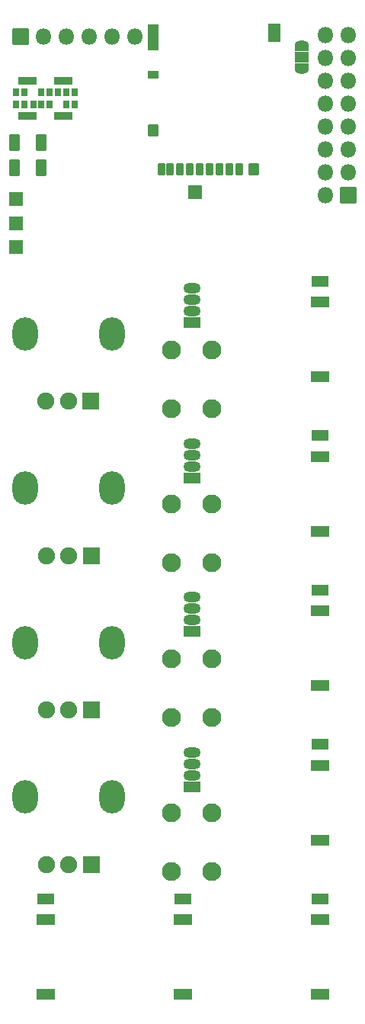
<source format=gbr>
G04 #@! TF.GenerationSoftware,KiCad,Pcbnew,6.0.6+dfsg-1*
G04 #@! TF.CreationDate,2022-10-02T17:16:31+02:00*
G04 #@! TF.ProjectId,demiurge,64656d69-7572-4676-952e-6b696361645f,G*
G04 #@! TF.SameCoordinates,Original*
G04 #@! TF.FileFunction,Soldermask,Bot*
G04 #@! TF.FilePolarity,Negative*
%FSLAX46Y46*%
G04 Gerber Fmt 4.6, Leading zero omitted, Abs format (unit mm)*
G04 Created by KiCad (PCBNEW 6.0.6+dfsg-1) date 2022-10-02 17:16:31*
%MOMM*%
%LPD*%
G01*
G04 APERTURE LIST*
G04 Aperture macros list*
%AMRoundRect*
0 Rectangle with rounded corners*
0 $1 Rounding radius*
0 $2 $3 $4 $5 $6 $7 $8 $9 X,Y pos of 4 corners*
0 Add a 4 corners polygon primitive as box body*
4,1,4,$2,$3,$4,$5,$6,$7,$8,$9,$2,$3,0*
0 Add four circle primitives for the rounded corners*
1,1,$1+$1,$2,$3*
1,1,$1+$1,$4,$5*
1,1,$1+$1,$6,$7*
1,1,$1+$1,$8,$9*
0 Add four rect primitives between the rounded corners*
20,1,$1+$1,$2,$3,$4,$5,0*
20,1,$1+$1,$4,$5,$6,$7,0*
20,1,$1+$1,$6,$7,$8,$9,0*
20,1,$1+$1,$8,$9,$2,$3,0*%
%AMFreePoly0*
4,1,37,0.585921,0.785921,0.600800,0.750000,0.600800,-0.750000,0.585921,-0.785921,0.550000,-0.800800,0.000000,-0.800800,-0.012526,-0.795612,-0.080872,-0.794359,-0.095090,-0.792057,-0.230405,-0.749782,-0.243405,-0.743581,-0.361415,-0.665026,-0.372153,-0.655426,-0.463373,-0.546907,-0.470984,-0.534678,-0.528079,-0.404919,-0.531952,-0.391047,-0.549535,-0.256587,-0.548147,-0.256405,-0.550800,-0.250000,
-0.550800,0.250000,-0.550314,0.251174,-0.550158,0.263925,-0.528347,0.404002,-0.524136,0.417775,-0.463888,0.546100,-0.455980,0.558139,-0.362136,0.664397,-0.351168,0.673732,-0.231273,0.749380,-0.218125,0.755261,-0.081818,0.794218,-0.067547,0.796173,-0.011991,0.795833,0.000000,0.800800,0.550000,0.800800,0.585921,0.785921,0.585921,0.785921,$1*%
%AMFreePoly1*
4,1,37,0.012350,0.795685,0.074215,0.795307,0.088460,0.793178,0.224281,0.752559,0.237356,0.746518,0.356318,0.669411,0.367173,0.659942,0.459711,0.552545,0.467470,0.540411,0.526147,0.411359,0.530190,0.397535,0.550287,0.257202,0.550800,0.250000,0.550800,-0.250000,0.550796,-0.250620,0.550647,-0.262836,0.549947,-0.270644,0.526427,-0.410445,0.522048,-0.424167,0.460236,-0.551746,
0.452182,-0.563686,0.357047,-0.668790,0.345965,-0.677991,0.225155,-0.752168,0.211936,-0.757888,0.075163,-0.795177,0.060870,-0.796957,0.011464,-0.796051,0.000000,-0.800800,-0.550000,-0.800800,-0.585921,-0.785921,-0.600800,-0.750000,-0.600800,0.750000,-0.585921,0.785921,-0.550000,0.800800,0.000000,0.800800,0.012350,0.795685,0.012350,0.795685,$1*%
G04 Aperture macros list end*
%ADD10RoundRect,0.050800X0.850000X0.850000X-0.850000X0.850000X-0.850000X-0.850000X0.850000X-0.850000X0*%
%ADD11O,1.801600X1.801600*%
%ADD12RoundRect,0.050800X0.850000X-0.850000X0.850000X0.850000X-0.850000X0.850000X-0.850000X-0.850000X0*%
%ADD13C,2.101600*%
%ADD14RoundRect,0.050800X-0.900000X-0.500000X0.900000X-0.500000X0.900000X0.500000X-0.900000X0.500000X0*%
%ADD15RoundRect,0.050800X-1.000000X-0.500000X1.000000X-0.500000X1.000000X0.500000X-1.000000X0.500000X0*%
%ADD16FreePoly0,270.000000*%
%ADD17RoundRect,0.050800X-0.750000X0.500000X-0.750000X-0.500000X0.750000X-0.500000X0.750000X0.500000X0*%
%ADD18FreePoly1,270.000000*%
%ADD19O,2.821600X3.701600*%
%ADD20RoundRect,0.050800X-0.900000X-0.900000X0.900000X-0.900000X0.900000X0.900000X-0.900000X0.900000X0*%
%ADD21C,1.901600*%
%ADD22RoundRect,0.050800X0.900000X-0.535000X0.900000X0.535000X-0.900000X0.535000X-0.900000X-0.535000X0*%
%ADD23O,1.901600X1.171600*%
%ADD24RoundRect,0.213300X-0.162500X-0.237500X0.162500X-0.237500X0.162500X0.237500X-0.162500X0.237500X0*%
%ADD25RoundRect,0.250800X-0.800000X-0.200000X0.800000X-0.200000X0.800000X0.200000X-0.800000X0.200000X0*%
%ADD26RoundRect,0.300800X-0.325000X-0.650000X0.325000X-0.650000X0.325000X0.650000X-0.325000X0.650000X0*%
%ADD27RoundRect,0.050800X0.750000X0.750000X-0.750000X0.750000X-0.750000X-0.750000X0.750000X-0.750000X0*%
%ADD28RoundRect,0.050800X-0.350000X-0.600000X0.350000X-0.600000X0.350000X0.600000X-0.350000X0.600000X0*%
%ADD29RoundRect,0.050800X-0.500000X-0.400000X0.500000X-0.400000X0.500000X0.400000X-0.500000X0.400000X0*%
%ADD30RoundRect,0.050800X-0.500000X-0.600000X0.500000X-0.600000X0.500000X0.600000X-0.500000X0.600000X0*%
%ADD31RoundRect,0.050800X-0.500000X-1.400000X0.500000X-1.400000X0.500000X1.400000X-0.500000X1.400000X0*%
%ADD32RoundRect,0.050800X-0.650000X-0.950000X0.650000X-0.950000X0.650000X0.950000X-0.650000X0.950000X0*%
%ADD33RoundRect,0.300800X0.325000X0.650000X-0.325000X0.650000X-0.325000X-0.650000X0.325000X-0.650000X0*%
G04 APERTURE END LIST*
D10*
X114935000Y-70485000D03*
D11*
X112395000Y-70485000D03*
X114935000Y-67945000D03*
X112395000Y-67945000D03*
X114935000Y-65405000D03*
X112395000Y-65405000D03*
X114935000Y-62865000D03*
X112395000Y-62865000D03*
X114935000Y-60325000D03*
X112395000Y-60325000D03*
X114935000Y-57785000D03*
X112395000Y-57785000D03*
X114935000Y-55245000D03*
X112395000Y-55245000D03*
X114935000Y-52705000D03*
X112395000Y-52705000D03*
D12*
X78486000Y-52832000D03*
D11*
X81026000Y-52832000D03*
X83566000Y-52832000D03*
X86106000Y-52832000D03*
X88646000Y-52832000D03*
X91186000Y-52832000D03*
D13*
X95250000Y-104775000D03*
X95250000Y-111275000D03*
X99750000Y-104775000D03*
X99750000Y-111275000D03*
X95250000Y-121920000D03*
X95250000Y-128420000D03*
X99750000Y-121920000D03*
X99750000Y-128420000D03*
D14*
X111760000Y-148590000D03*
D15*
X111760000Y-159225000D03*
X111760000Y-150925000D03*
D14*
X111760000Y-80010000D03*
D15*
X111760000Y-90645000D03*
X111760000Y-82345000D03*
D16*
X109728000Y-53818000D03*
D17*
X109728000Y-55118000D03*
D18*
X109728000Y-56418000D03*
D13*
X95250000Y-139065000D03*
X95250000Y-145565000D03*
X99750000Y-145565000D03*
X99750000Y-139065000D03*
D14*
X96520000Y-148590000D03*
D15*
X96520000Y-159225000D03*
X96520000Y-150925000D03*
D19*
X88646000Y-85845000D03*
X79046000Y-85845000D03*
D20*
X86346000Y-93345000D03*
D21*
X83846000Y-93345000D03*
X81346000Y-93345000D03*
D19*
X88660000Y-137280000D03*
X79060000Y-137280000D03*
D20*
X86360000Y-144780000D03*
D21*
X83860000Y-144780000D03*
X81360000Y-144780000D03*
D14*
X111760000Y-131445000D03*
D15*
X111760000Y-142080000D03*
X111760000Y-133780000D03*
D14*
X111760000Y-114300000D03*
D15*
X111760000Y-124935000D03*
X111760000Y-116635000D03*
D14*
X111760000Y-97155000D03*
D15*
X111760000Y-107790000D03*
X111760000Y-99490000D03*
D19*
X79060000Y-102990000D03*
X88660000Y-102990000D03*
D20*
X86360000Y-110490000D03*
D21*
X83860000Y-110490000D03*
X81360000Y-110490000D03*
D19*
X79060000Y-120135000D03*
X88660000Y-120135000D03*
D20*
X86360000Y-127635000D03*
D21*
X83860000Y-127635000D03*
X81360000Y-127635000D03*
D13*
X95250000Y-87630000D03*
X95250000Y-94130000D03*
X99750000Y-87630000D03*
X99750000Y-94130000D03*
D14*
X81280000Y-148590000D03*
D15*
X81280000Y-159225000D03*
X81280000Y-150925000D03*
D22*
X97536000Y-84582000D03*
D23*
X97536000Y-83312000D03*
X97536000Y-82042000D03*
X97536000Y-80772000D03*
D22*
X97536000Y-101854000D03*
D23*
X97536000Y-100584000D03*
X97536000Y-99314000D03*
X97536000Y-98044000D03*
D22*
X97536000Y-136144000D03*
D23*
X97536000Y-134874000D03*
X97536000Y-133604000D03*
X97536000Y-132334000D03*
D22*
X97536000Y-118872000D03*
D23*
X97536000Y-117602000D03*
X97536000Y-116332000D03*
X97536000Y-115062000D03*
D24*
X78030000Y-60390000D03*
X78980000Y-60390000D03*
X79930000Y-60390000D03*
X80830000Y-60390000D03*
X81730000Y-60390000D03*
X83580000Y-60390000D03*
X84530000Y-60390000D03*
X84530000Y-58990000D03*
X83580000Y-58990000D03*
X82630000Y-58990000D03*
X81730000Y-58990000D03*
X80830000Y-58990000D03*
X78980000Y-58990000D03*
X78030000Y-58990000D03*
D25*
X83280000Y-57760000D03*
X83280000Y-61630000D03*
X79280000Y-57760000D03*
X79280000Y-61620000D03*
D26*
X77825000Y-64643000D03*
X80775000Y-64643000D03*
D27*
X78000000Y-70900000D03*
X78000000Y-73600000D03*
X78000000Y-76200000D03*
D28*
X102851000Y-67542000D03*
X101751000Y-67542000D03*
X100651000Y-67542000D03*
X99551000Y-67542000D03*
X98451000Y-67542000D03*
X97351000Y-67542000D03*
X96251000Y-67542000D03*
X95151000Y-67542000D03*
X94201000Y-67542000D03*
D29*
X93251000Y-57042000D03*
D30*
X93251000Y-63242000D03*
D31*
X93251000Y-52892000D03*
D32*
X106751000Y-52442000D03*
D30*
X104401000Y-67542000D03*
D27*
X97900000Y-70100000D03*
D33*
X80775000Y-67386200D03*
X77825000Y-67386200D03*
M02*

</source>
